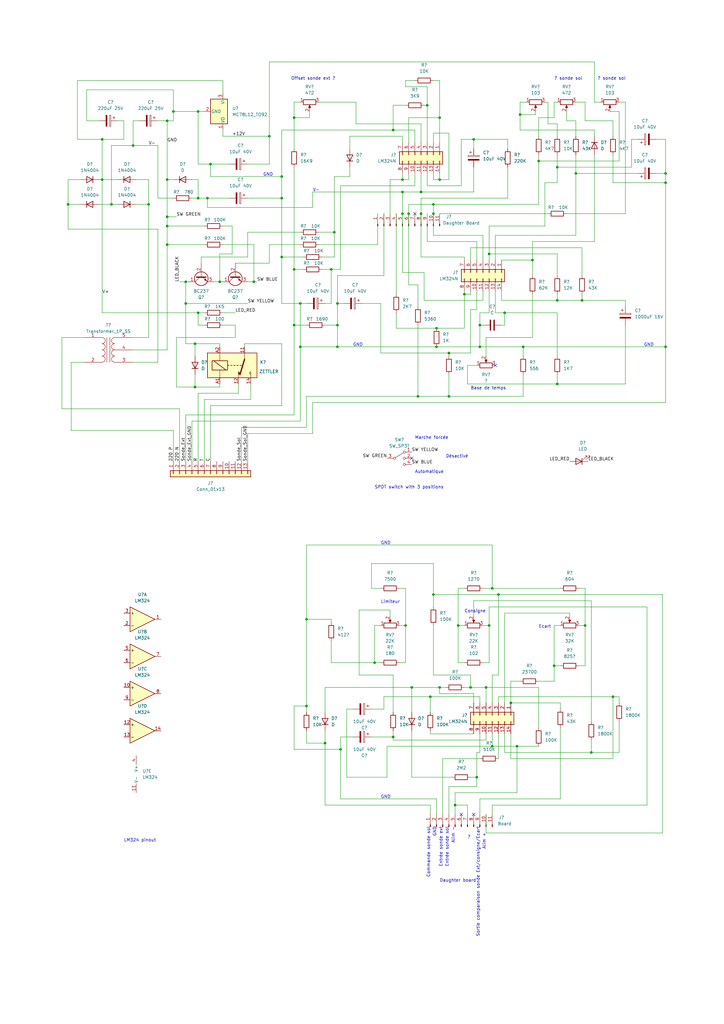
<source format=kicad_sch>
(kicad_sch (version 20211123) (generator eeschema)
  (paper "A3" portrait)
  (title_block (title "DeltaDore Delta 55 regulateur") (date "2022-04-11"))
  (junction (at 273.05 74.93))
  (junction (at 68.58 92.71))
  (junction (at 120.65 133.35))
  (junction (at 41.91 57.15))
  (junction (at 175.26 43.18))
  (junction (at 194.31 57.15))
  (junction (at 228.6 68.58))
  (junction (at 167.64 87.63))
  (junction (at 238.76 123.19))
  (junction (at 137.16 95.25))
  (junction (at 115.57 105.41))
  (junction (at 196.85 142.24))
  (junction (at 201.93 306.07))
  (junction (at 123.19 124.46))
  (junction (at 201.93 241.3))
  (junction (at 177.8 87.63))
  (junction (at 120.65 110.49))
  (junction (at 68.58 73.66))
  (junction (at 242.57 308.61))
  (junction (at 227.33 273.05))
  (junction (at 213.36 46.99))
  (junction (at 180.34 281.94))
  (junction (at 200.66 256.54))
  (junction (at 273.05 142.24))
  (junction (at 218.44 106.68))
  (junction (at 161.29 53.34))
  (junction (at 81.28 81.28))
  (junction (at 125.73 254))
  (junction (at 168.91 281.94))
  (junction (at 90.17 115.57))
  (junction (at 251.46 285.75))
  (junction (at 186.69 330.2))
  (junction (at 184.15 144.78))
  (junction (at 60.96 83.82))
  (junction (at 195.58 318.77))
  (junction (at 41.91 73.66))
  (junction (at 68.58 88.9))
  (junction (at 179.07 134.62))
  (junction (at 76.2 124.46))
  (junction (at 71.12 45.72))
  (junction (at 200.66 104.14))
  (junction (at 177.8 83.82))
  (junction (at 138.43 133.35))
  (junction (at 180.34 48.26))
  (junction (at 138.43 124.46))
  (junction (at 45.72 83.82))
  (junction (at 120.65 48.26))
  (junction (at 104.14 115.57))
  (junction (at 86.36 67.31))
  (junction (at 85.09 81.28))
  (junction (at 115.57 81.28))
  (junction (at 184.15 162.56))
  (junction (at 212.09 306.07))
  (junction (at 165.1 73.66))
  (junction (at 153.67 271.78))
  (junction (at 204.47 243.84))
  (junction (at 209.55 288.29))
  (junction (at 228.6 157.48))
  (junction (at 228.6 123.19))
  (junction (at 179.07 142.24))
  (junction (at 176.53 285.75))
  (junction (at 196.85 133.35))
  (junction (at 27.94 83.82))
  (junction (at 193.04 281.94))
  (junction (at 123.19 142.24))
  (junction (at 115.57 72.39))
  (junction (at 80.01 158.75))
  (junction (at 240.03 256.54))
  (junction (at 135.89 110.49))
  (junction (at 68.58 49.53))
  (junction (at 180.34 73.66))
  (junction (at 214.63 142.24))
  (junction (at 177.8 243.84))
  (junction (at 199.39 281.94))
  (junction (at 190.5 120.65))
  (junction (at 161.29 302.26))
  (junction (at 125.73 289.56))
  (junction (at 273.05 71.12))
  (junction (at 76.2 115.57))
  (junction (at 220.98 66.04))
  (junction (at 172.72 87.63))
  (junction (at 80.01 140.97))
  (junction (at 165.1 87.63))
  (junction (at 81.28 128.27))
  (junction (at 54.61 59.69))
  (junction (at 110.49 55.88))
  (junction (at 133.35 304.8))
  (junction (at 68.58 100.33))
  (junction (at 171.45 162.56))
  (junction (at 81.28 45.72))
  (junction (at 166.37 256.54))
  (junction (at 187.96 256.54))
  (junction (at 139.7 307.34))
  (junction (at 165.1 78.74))
  (junction (at 236.22 71.12))
  (junction (at 172.72 78.74))
  (junction (at 138.43 142.24))
  (junction (at 207.01 128.27))
  (no_connect (at 168.91 187.96))
  (no_connect (at 194.31 334.01))
  (no_connect (at 189.23 334.01))
  (no_connect (at 170.18 87.63))
  (no_connect (at 203.2 149.86))
  (wire (pts (xy 60.96 83.82) (xy 60.96 138.43)))
  (wire (pts (xy 135.89 262.89) (xy 135.89 271.78)))
  (wire (pts (xy 240.03 241.3) (xy 240.03 256.54)))
  (wire (pts (xy 176.53 334.01) (xy 176.53 330.2)))
  (wire (pts (xy 101.6 95.25) (xy 123.19 95.25)))
  (wire (pts (xy 203.2 96.52) (xy 236.22 96.52)))
  (wire (pts (xy 177.8 83.82) (xy 177.8 87.63)))
  (wire (pts (xy 229.87 298.45) (xy 229.87 327.66)))
  (wire (pts (xy 50.8 49.53) (xy 50.8 57.15)))
  (wire (pts (xy 200.66 92.71) (xy 223.52 92.71)))
  (wire (pts (xy 184.15 162.56) (xy 214.63 162.56)))
  (wire (pts (xy 195.58 308.61) (xy 195.58 318.77)))
  (wire (pts (xy 90.17 158.75) (xy 90.17 157.48)))
  (wire (pts (xy 125.73 292.1) (xy 125.73 289.56)))
  (wire (pts (xy 194.31 78.74) (xy 194.31 68.58)))
  (wire (pts (xy 152.4 302.26) (xy 161.29 302.26)))
  (wire (pts (xy 189.23 76.2) (xy 189.23 57.15)))
  (wire (pts (xy 179.07 327.66) (xy 139.7 327.66)))
  (wire (pts (xy 97.79 157.48) (xy 97.79 161.29)))
  (wire (pts (xy 157.48 290.83) (xy 157.48 285.75)))
  (wire (pts (xy 54.61 138.43) (xy 60.96 138.43)))
  (wire (pts (xy 161.29 276.86) (xy 147.32 276.86)))
  (wire (pts (xy 35.56 36.83) (xy 71.12 36.83)))
  (wire (pts (xy 161.29 292.1) (xy 161.29 276.86)))
  (wire (pts (xy 142.24 290.83) (xy 144.78 290.83)))
  (wire (pts (xy 123.19 124.46) (xy 125.73 124.46)))
  (wire (pts (xy 193.04 127) (xy 195.58 127)))
  (wire (pts (xy 232.41 49.53) (xy 236.22 49.53)))
  (wire (pts (xy 196.85 142.24) (xy 196.85 133.35)))
  (wire (pts (xy 273.05 165.1) (xy 273.05 142.24)))
  (wire (pts (xy 27.94 83.82) (xy 27.94 73.66)))
  (wire (pts (xy 167.64 58.42) (xy 167.64 48.26)))
  (wire (pts (xy 40.64 73.66) (xy 41.91 73.66)))
  (wire (pts (xy 95.25 104.14) (xy 90.17 104.14)))
  (wire (pts (xy 201.93 241.3) (xy 229.87 241.3)))
  (wire (pts (xy 128.27 177.8) (xy 128.27 165.1)))
  (wire (pts (xy 195.58 127) (xy 195.58 119.38)))
  (wire (pts (xy 251.46 311.15) (xy 251.46 285.75)))
  (wire (pts (xy 177.8 231.14) (xy 177.8 243.84)))
  (wire (pts (xy 227.33 273.05) (xy 229.87 273.05)))
  (wire (pts (xy 218.44 99.06) (xy 243.84 99.06)))
  (wire (pts (xy 152.4 231.14) (xy 177.8 231.14)))
  (wire (pts (xy 198.12 256.54) (xy 200.66 256.54)))
  (wire (pts (xy 68.58 143.51) (xy 68.58 100.33)))
  (wire (pts (xy 229.87 288.29) (xy 229.87 290.83)))
  (wire (pts (xy 172.72 71.12) (xy 172.72 78.74)))
  (wire (pts (xy 256.54 87.63) (xy 232.41 87.63)))
  (wire (pts (xy 167.64 87.63) (xy 167.64 116.84)))
  (wire (pts (xy 238.76 123.19) (xy 238.76 120.65)))
  (wire (pts (xy 201.93 306.07) (xy 212.09 306.07)))
  (wire (pts (xy 243.84 55.88) (xy 243.84 53.34)))
  (wire (pts (xy 125.73 289.56) (xy 120.65 289.56)))
  (wire (pts (xy 227.33 48.26) (xy 227.33 41.91)))
  (wire (pts (xy 240.03 273.05) (xy 237.49 273.05)))
  (wire (pts (xy 256.54 41.91) (xy 256.54 87.63)))
  (wire (pts (xy 68.58 49.53) (xy 64.77 49.53)))
  (wire (pts (xy 201.93 276.86) (xy 204.47 276.86)))
  (wire (pts (xy 224.79 41.91) (xy 223.52 41.91)))
  (wire (pts (xy 133.35 304.8) (xy 133.35 299.72)))
  (wire (pts (xy 175.26 43.18) (xy 173.99 43.18)))
  (wire (pts (xy 78.74 189.23) (xy 78.74 172.72)))
  (wire (pts (xy 101.6 105.41) (xy 101.6 95.25)))
  (wire (pts (xy 196.85 128.27) (xy 196.85 133.35)))
  (wire (pts (xy 186.69 334.01) (xy 186.69 330.2)))
  (wire (pts (xy 156.21 144.78) (xy 184.15 144.78)))
  (wire (pts (xy 41.91 73.66) (xy 48.26 73.66)))
  (wire (pts (xy 179.07 334.01) (xy 179.07 327.66)))
  (wire (pts (xy 120.65 41.91) (xy 123.19 41.91)))
  (wire (pts (xy 256.54 133.35) (xy 256.54 157.48)))
  (wire (pts (xy 205.74 123.19) (xy 228.6 123.19)))
  (wire (pts (xy 72.39 138.43) (xy 72.39 158.75)))
  (wire (pts (xy 213.36 41.91) (xy 213.36 46.99)))
  (wire (pts (xy 80.01 140.97) (xy 80.01 146.05)))
  (wire (pts (xy 143.51 72.39) (xy 143.51 68.58)))
  (wire (pts (xy 200.66 271.78) (xy 198.12 271.78)))
  (wire (pts (xy 154.94 100.33) (xy 154.94 87.63)))
  (wire (pts (xy 251.46 55.88) (xy 251.46 49.53)))
  (wire (pts (xy 100.33 142.24) (xy 100.33 140.97)))
  (wire (pts (xy 137.16 95.25) (xy 137.16 72.39)))
  (wire (pts (xy 91.44 38.1) (xy 91.44 33.02)))
  (wire (pts (xy 208.28 57.15) (xy 194.31 57.15)))
  (wire (pts (xy 273.05 71.12) (xy 269.24 71.12)))
  (wire (pts (xy 27.94 73.66) (xy 33.02 73.66)))
  (wire (pts (xy 191.77 334.01) (xy 191.77 330.2)))
  (wire (pts (xy 76.2 115.57) (xy 76.2 124.46)))
  (wire (pts (xy 208.28 60.96) (xy 208.28 57.15)))
  (wire (pts (xy 76.2 124.46) (xy 101.6 124.46)))
  (wire (pts (xy 35.56 49.53) (xy 35.56 36.83)))
  (wire (pts (xy 166.37 35.56) (xy 166.37 33.02)))
  (wire (pts (xy 165.1 55.88) (xy 143.51 55.88)))
  (wire (pts (xy 251.46 49.53) (xy 240.03 49.53)))
  (wire (pts (xy 91.44 100.33) (xy 104.14 100.33)))
  (wire (pts (xy 91.44 128.27) (xy 96.52 128.27)))
  (wire (pts (xy 175.26 58.42) (xy 175.26 43.18)))
  (wire (pts (xy 271.78 243.84) (xy 204.47 243.84)))
  (wire (pts (xy 196.85 133.35) (xy 198.12 133.35)))
  (wire (pts (xy 228.6 74.93) (xy 228.6 68.58)))
  (wire (pts (xy 146.05 41.91) (xy 130.81 41.91)))
  (wire (pts (xy 27.94 93.98) (xy 27.94 83.82)))
  (wire (pts (xy 96.52 133.35) (xy 96.52 138.43)))
  (wire (pts (xy 160.02 250.19) (xy 160.02 252.73)))
  (wire (pts (xy 101.6 177.8) (xy 128.27 177.8)))
  (wire (pts (xy 201.93 306.07) (xy 158.75 306.07)))
  (wire (pts (xy 254 295.91) (xy 254 308.61)))
  (wire (pts (xy 127 48.26) (xy 120.65 48.26)))
  (wire (pts (xy 168.91 281.94) (xy 180.34 281.94)))
  (wire (pts (xy 184.15 322.58) (xy 195.58 322.58)))
  (wire (pts (xy 68.58 92.71) (xy 68.58 100.33)))
  (wire (pts (xy 204.47 243.84) (xy 177.8 243.84)))
  (wire (pts (xy 135.89 124.46) (xy 135.89 110.49)))
  (wire (pts (xy 156.21 256.54) (xy 153.67 256.54)))
  (wire (pts (xy 193.04 119.38) (xy 193.04 120.65)))
  (wire (pts (xy 172.72 105.41) (xy 190.5 105.41)))
  (wire (pts (xy 138.43 124.46) (xy 138.43 133.35)))
  (wire (pts (xy 212.09 325.12) (xy 212.09 306.07)))
  (wire (pts (xy 96.52 138.43) (xy 72.39 138.43)))
  (wire (pts (xy 177.8 58.42) (xy 177.8 54.61)))
  (wire (pts (xy 193.04 276.86) (xy 193.04 281.94)))
  (wire (pts (xy 265.43 248.92) (xy 265.43 330.2)))
  (wire (pts (xy 80.01 158.75) (xy 80.01 153.67)))
  (wire (pts (xy 82.55 107.95) (xy 82.55 105.41)))
  (wire (pts (xy 115.57 105.41) (xy 115.57 81.28)))
  (wire (pts (xy 167.64 48.26) (xy 180.34 48.26)))
  (wire (pts (xy 167.64 116.84) (xy 171.45 116.84)))
  (wire (pts (xy 172.72 81.28) (xy 172.72 87.63)))
  (wire (pts (xy 152.4 290.83) (xy 157.48 290.83)))
  (wire (pts (xy 86.36 72.39) (xy 115.57 72.39)))
  (wire (pts (xy 120.65 60.96) (xy 120.65 48.26)))
  (wire (pts (xy 157.48 87.63) (xy 157.48 113.03)))
  (wire (pts (xy 220.98 281.94) (xy 220.98 298.45)))
  (wire (pts (xy 76.2 170.18) (xy 76.2 189.23)))
  (wire (pts (xy 137.16 72.39) (xy 143.51 72.39)))
  (wire (pts (xy 166.37 43.18) (xy 161.29 43.18)))
  (wire (pts (xy 179.07 142.24) (xy 138.43 142.24)))
  (wire (pts (xy 133.35 124.46) (xy 135.89 124.46)))
  (wire (pts (xy 180.34 284.48) (xy 180.34 281.94)))
  (wire (pts (xy 172.72 50.8) (xy 146.05 50.8)))
  (wire (pts (xy 157.48 113.03) (xy 138.43 113.03)))
  (wire (pts (xy 45.72 59.69) (xy 54.61 59.69)))
  (wire (pts (xy 236.22 71.12) (xy 261.62 71.12)))
  (wire (pts (xy 71.12 36.83) (xy 71.12 45.72)))
  (wire (pts (xy 102.87 163.83) (xy 102.87 157.48)))
  (wire (pts (xy 167.64 83.82) (xy 177.8 83.82)))
  (wire (pts (xy 229.87 256.54) (xy 227.33 256.54)))
  (wire (pts (xy 123.19 172.72) (xy 123.19 142.24)))
  (wire (pts (xy 91.44 53.34) (xy 91.44 55.88)))
  (wire (pts (xy 77.47 115.57) (xy 76.2 115.57)))
  (wire (pts (xy 71.12 81.28) (xy 64.77 81.28)))
  (wire (pts (xy 71.12 45.72) (xy 81.28 45.72)))
  (wire (pts (xy 190.5 105.41) (xy 190.5 106.68)))
  (wire (pts (xy 168.91 318.77) (xy 168.91 299.72)))
  (wire (pts (xy 86.36 166.37) (xy 86.36 189.23)))
  (wire (pts (xy 168.91 292.1) (xy 168.91 281.94)))
  (wire (pts (xy 55.88 73.66) (xy 60.96 73.66)))
  (wire (pts (xy 57.15 49.53) (xy 54.61 49.53)))
  (wire (pts (xy 137.16 105.41) (xy 132.08 105.41)))
  (wire (pts (xy 215.9 41.91) (xy 213.36 41.91)))
  (wire (pts (xy 73.66 115.57) (xy 76.2 115.57)))
  (wire (pts (xy 71.12 49.53) (xy 68.58 49.53)))
  (wire (pts (xy 229.87 327.66) (xy 196.85 327.66)))
  (wire (pts (xy 73.66 167.64) (xy 25.4 167.64)))
  (wire (pts (xy 123.19 124.46) (xy 123.19 142.24)))
  (wire (pts (xy 179.07 134.62) (xy 162.56 134.62)))
  (wire (pts (xy 173.99 111.76) (xy 165.1 111.76)))
  (wire (pts (xy 166.37 256.54) (xy 166.37 271.78)))
  (wire (pts (xy 190.5 256.54) (xy 187.96 256.54)))
  (wire (pts (xy 208.28 81.28) (xy 208.28 68.58)))
  (wire (pts (xy 25.4 167.64) (xy 25.4 138.43)))
  (wire (pts (xy 220.98 48.26) (xy 227.33 48.26)))
  (wire (pts (xy 161.29 43.18) (xy 161.29 53.34)))
  (wire (pts (xy 40.64 49.53) (xy 35.56 49.53)))
  (wire (pts (xy 209.55 288.29) (xy 209.55 279.4)))
  (wire (pts (xy 251.46 74.93) (xy 273.05 74.93)))
  (wire (pts (xy 166.37 271.78) (xy 163.83 271.78)))
  (wire (pts (xy 115.57 124.46) (xy 123.19 124.46)))
  (wire (pts (xy 254 45.72) (xy 250.19 45.72)))
  (wire (pts (xy 139.7 302.26) (xy 144.78 302.26)))
  (wire (pts (xy 110.49 100.33) (xy 110.49 107.95)))
  (wire (pts (xy 120.65 307.34) (xy 139.7 307.34)))
  (wire (pts (xy 218.44 106.68) (xy 218.44 113.03)))
  (wire (pts (xy 205.74 119.38) (xy 205.74 123.19)))
  (wire (pts (xy 194.31 246.38) (xy 242.57 246.38)))
  (wire (pts (xy 184.15 73.66) (xy 180.34 73.66)))
  (wire (pts (xy 138.43 113.03) (xy 138.43 124.46)))
  (wire (pts (xy 180.34 33.02) (xy 177.8 33.02)))
  (wire (pts (xy 54.61 148.59) (xy 64.77 148.59)))
  (wire (pts (xy 175.26 76.2) (xy 189.23 76.2)))
  (wire (pts (xy 161.29 303.53) (xy 161.29 302.26)))
  (wire (pts (xy 228.6 157.48) (xy 228.6 153.67)))
  (wire (pts (xy 187.96 271.78) (xy 190.5 271.78)))
  (wire (pts (xy 172.72 78.74) (xy 194.31 78.74)))
  (wire (pts (xy 273.05 142.24) (xy 273.05 74.93)))
  (wire (pts (xy 120.65 48.26) (xy 120.65 41.91)))
  (wire (pts (xy 81.28 45.72) (xy 81.28 67.31)))
  (wire (pts (xy 200.66 106.68) (xy 200.66 104.14)))
  (wire (pts (xy 156.21 124.46) (xy 156.21 144.78)))
  (wire (pts (xy 198.12 123.19) (xy 173.99 123.19)))
  (wire (pts (xy 110.49 67.31) (xy 101.6 67.31)))
  (wire (pts (xy 171.45 116.84) (xy 171.45 125.73)))
  (wire (pts (xy 177.8 276.86) (xy 193.04 276.86)))
  (wire (pts (xy 64.77 93.98) (xy 27.94 93.98)))
  (wire (pts (xy 143.51 55.88) (xy 143.51 60.96)))
  (wire (pts (xy 123.19 100.33) (xy 110.49 100.33)))
  (wire (pts (xy 120.65 133.35) (xy 120.65 170.18)))
  (wire (pts (xy 78.74 172.72) (xy 123.19 172.72)))
  (wire (pts (xy 198.12 119.38) (xy 198.12 123.19)))
  (wire (pts (xy 73.66 189.23) (xy 73.66 167.64)))
  (wire (pts (xy 204.47 285.75) (xy 251.46 285.75)))
  (wire (pts (xy 68.58 88.9) (xy 72.39 88.9)))
  (wire (pts (xy 209.55 311.15) (xy 251.46 311.15)))
  (wire (pts (xy 184.15 334.01) (xy 184.15 322.58)))
  (wire (pts (xy 203.2 128.27) (xy 207.01 128.27)))
  (wire (pts (xy 99.06 189.23) (xy 99.06 175.26)))
  (wire (pts (xy 196.85 308.61) (xy 195.58 308.61)))
  (wire (pts (xy 81.28 73.66) (xy 81.28 81.28)))
  (wire (pts (xy 251.46 63.5) (xy 251.46 74.93)))
  (wire (pts (xy 165.1 78.74) (xy 128.27 78.74)))
  (wire (pts (xy 125.73 223.52) (xy 125.73 254)))
  (wire (pts (xy 256.54 157.48) (xy 228.6 157.48)))
  (wire (pts (xy 243.84 99.06) (xy 243.84 63.5)))
  (wire (pts (xy 265.43 330.2) (xy 201.93 330.2)))
  (wire (pts (xy 180.34 73.66) (xy 180.34 71.12)))
  (wire (pts (xy 72.39 158.75) (xy 80.01 158.75)))
  (wire (pts (xy 191.77 149.86) (xy 191.77 157.48)))
  (wire (pts (xy 227.33 279.4) (xy 227.33 273.05)))
  (wire (pts (xy 259.08 68.58) (xy 259.08 57.15)))
  (wire (pts (xy 125.73 162.56) (xy 171.45 162.56)))
  (wire (pts (xy 191.77 330.2) (xy 186.69 330.2)))
  (wire (pts (xy 177.8 256.54) (xy 177.8 276.86)))
  (wire (pts (xy 139.7 327.66) (xy 139.7 307.34)))
  (wire (pts (xy 204.47 288.29) (xy 204.47 285.75)))
  (wire (pts (xy 54.61 143.51) (xy 68.58 143.51)))
  (wire (pts (xy 199.39 303.53) (xy 161.29 303.53)))
  (wire (pts (xy 95.25 92.71) (xy 95.25 104.14)))
  (wire (pts (xy 40.64 83.82) (xy 45.72 83.82)))
  (wire (pts (xy 68.58 73.66) (xy 68.58 49.53)))
  (wire (pts (xy 31.75 57.15) (xy 41.91 57.15)))
  (wire (pts (xy 82.55 105.41) (xy 101.6 105.41)))
  (wire (pts (xy 173.99 123.19) (xy 173.99 111.76)))
  (wire (pts (xy 135.89 271.78) (xy 153.67 271.78)))
  (wire (pts (xy 207.01 128.27) (xy 228.6 128.27)))
  (wire (pts (xy 162.56 134.62) (xy 162.56 128.27)))
  (wire (pts (xy 218.44 106.68) (xy 218.44 99.06)))
  (wire (pts (xy 104.14 100.33) (xy 104.14 115.57)))
  (wire (pts (xy 138.43 133.35) (xy 133.35 133.35)))
  (wire (pts (xy 115.57 53.34) (xy 161.29 53.34)))
  (wire (pts (xy 251.46 285.75) (xy 254 285.75)))
  (wire (pts (xy 233.68 251.46) (xy 233.68 252.73)))
  (wire (pts (xy 228.6 104.14) (xy 228.6 113.03)))
  (wire (pts (xy 184.15 144.78) (xy 193.04 144.78)))
  (wire (pts (xy 41.91 57.15) (xy 41.91 73.66)))
  (wire (pts (xy 167.64 87.63) (xy 167.64 83.82)))
  (wire (pts (xy 165.1 73.66) (xy 165.1 71.12)))
  (wire (pts (xy 254 308.61) (xy 242.57 308.61)))
  (wire (pts (xy 180.34 48.26) (xy 180.34 58.42)))
  (wire (pts (xy 198.12 241.3) (xy 201.93 241.3)))
  (wire (pts (xy 256.54 125.73) (xy 256.54 123.19)))
  (wire (pts (xy 83.82 128.27) (xy 81.28 128.27)))
  (wire (pts (xy 81.28 161.29) (xy 81.28 189.23)))
  (wire (pts (xy 223.52 74.93) (xy 228.6 74.93)))
  (wire (pts (xy 91.44 33.02) (xy 31.75 33.02)))
  (wire (pts (xy 176.53 300.99) (xy 176.53 299.72)))
  (wire (pts (xy 139.7 76.2) (xy 139.7 110.49)))
  (wire (pts (xy 125.73 254) (xy 135.89 254)))
  (wire (pts (xy 71.12 176.53) (xy 29.21 176.53)))
  (wire (pts (xy 205.74 106.68) (xy 218.44 106.68)))
  (wire (pts (xy 237.49 256.54) (xy 240.03 256.54)))
  (wire (pts (xy 86.36 72.39) (xy 86.36 67.31)))
  (wire (pts (xy 273.05 57.15) (xy 273.05 71.12)))
  (wire (pts (xy 110.49 25.4) (xy 110.49 55.88)))
  (wire (pts (xy 48.26 49.53) (xy 50.8 49.53)))
  (wire (pts (xy 161.29 53.34) (xy 170.18 53.34)))
  (wire (pts (xy 243.84 53.34) (xy 213.36 53.34)))
  (wire (pts (xy 193.04 106.68) (xy 193.04 101.6)))
  (wire (pts (xy 213.36 46.99) (xy 213.36 53.34)))
  (wire (pts (xy 185.42 318.77) (xy 168.91 318.77)))
  (wire (pts (xy 139.7 307.34) (xy 139.7 302.26)))
  (wire (pts (xy 220.98 83.82) (xy 220.98 66.04)))
  (wire (pts (xy 190.5 120.65) (xy 190.5 134.62)))
  (wire (pts (xy 148.59 124.46) (xy 156.21 124.46)))
  (wire (pts (xy 101.6 115.57) (xy 104.14 115.57)))
  (wire (pts (xy 194.31 284.48) (xy 194.31 288.29)))
  (wire (pts (xy 200.66 256.54) (xy 200.66 271.78)))
  (wire (pts (xy 201.93 241.3) (xy 201.93 223.52)))
  (wire (pts (xy 115.57 105.41) (xy 115.57 124.46)))
  (wire (pts (xy 196.85 288.29) (xy 196.85 285.75)))
  (wire (pts (xy 187.96 241.3) (xy 187.96 256.54)))
  (wire (pts (xy 209.55 300.99) (xy 209.55 311.15)))
  (wire (pts (xy 199.39 341.63) (xy 271.78 341.63)))
  (wire (pts (xy 273.05 74.93) (xy 273.05 71.12)))
  (wire (pts (xy 184.15 146.05) (xy 184.15 144.78)))
  (wire (pts (xy 236.22 71.12) (xy 236.22 63.5)))
  (wire (pts (xy 76.2 124.46) (xy 76.2 140.97)))
  (wire (pts (xy 175.26 99.06) (xy 195.58 99.06)))
  (wire (pts (xy 76.2 140.97) (xy 80.01 140.97)))
  (wire (pts (xy 180.34 281.94) (xy 182.88 281.94)))
  (wire (pts (xy 78.74 73.66) (xy 81.28 73.66)))
  (wire (pts (xy 207.01 308.61) (xy 207.01 300.99)))
  (wire (pts (xy 189.23 57.15) (xy 194.31 57.15)))
  (wire (pts (xy 167.64 73.66) (xy 165.1 73.66)))
  (wire (pts (xy 90.17 115.57) (xy 91.44 115.57)))
  (wire (pts (xy 160.02 73.66) (xy 165.1 73.66)))
  (wire (pts (xy 246.38 41.91) (xy 243.84 41.91)))
  (wire (pts (xy 120.65 110.49) (xy 120.65 68.58)))
  (wire (pts (xy 135.89 254) (xy 135.89 255.27)))
  (wire (pts (xy 125.73 289.56) (xy 125.73 254)))
  (wire (pts (xy 128.27 85.09) (xy 85.09 85.09)))
  (wire (pts (xy 223.52 92.71) (xy 223.52 74.93)))
  (wire (pts (xy 83.82 163.83) (xy 102.87 163.83)))
  (wire (pts (xy 163.83 256.54) (xy 166.37 256.54)))
  (wire (pts (xy 153.67 256.54) (xy 153.67 271.78)))
  (wire (pts (xy 81.28 45.72) (xy 83.82 45.72)))
  (wire (pts (xy 194.31 252.73) (xy 194.31 246.38)))
  (wire (pts (xy 68.58 88.9) (xy 68.58 92.71)))
  (wire (pts (xy 125.73 175.26) (xy 125.73 162.56)))
  (wire (pts (xy 200.66 104.14) (xy 200.66 92.71)))
  (wire (pts (xy 125.73 304.8) (xy 133.35 304.8)))
  (wire (pts (xy 243.84 41.91) (xy 243.84 25.4)))
  (wire (pts (xy 228.6 50.8) (xy 224.79 50.8)))
  (wire (pts (xy 179.07 142.24) (xy 196.85 142.24)))
  (wire (pts (xy 207.01 251.46) (xy 207.01 288.29)))
  (wire (pts (xy 91.44 55.88) (xy 110.49 55.88)))
  (wire (pts (xy 166.37 241.3) (xy 166.37 256.54)))
  (wire (pts (xy 220.98 279.4) (xy 227.33 279.4)))
  (wire (pts (xy 240.03 256.54) (xy 240.03 273.05)))
  (wire (pts (xy 120.65 170.18) (xy 76.2 170.18)))
  (wire (pts (xy 201.93 288.29) (xy 201.93 276.86)))
  (wire (pts (xy 110.49 55.88) (xy 110.49 67.31)))
  (wire (pts (xy 166.37 33.02) (xy 170.18 33.02)))
  (wire (pts (xy 83.82 189.23) (xy 83.82 163.83)))
  (wire (pts (xy 199.39 281.94) (xy 220.98 281.94)))
  (wire (pts (xy 259.08 57.15) (xy 261.62 57.15)))
  (wire (pts (xy 135.89 110.49) (xy 132.08 110.49)))
  (wire (pts (xy 81.28 128.27) (xy 81.28 133.35)))
  (wire (pts (xy 200.66 248.92) (xy 265.43 248.92)))
  (wire (pts (xy 254 41.91) (xy 256.54 41.91)))
  (wire (pts (xy 201.93 223.52) (xy 125.73 223.52)))
  (wire (pts (xy 54.61 49.53) (xy 54.61 59.69)))
  (wire (pts (xy 196.85 285.75) (xy 176.53 285.75)))
  (wire (pts (xy 163.83 241.3) (xy 166.37 241.3)))
  (wire (pts (xy 198.12 96.52) (xy 198.12 106.68)))
  (wire (pts (xy 153.67 271.78) (xy 156.21 271.78)))
  (wire (pts (xy 195.58 318.77) (xy 193.04 318.77)))
  (wire (pts (xy 175.26 71.12) (xy 175.26 76.2)))
  (wire (pts (xy 60.96 83.82) (xy 55.88 83.82)))
  (wire (pts (xy 175.26 43.18) (xy 175.26 35.56)))
  (wire (pts (xy 127 45.72) (xy 127 48.26)))
  (wire (pts (xy 254 45.72) (xy 254 66.04)))
  (wire (pts (xy 218.44 138.43) (xy 218.44 120.65)))
  (wire (pts (xy 196.85 327.66) (xy 196.85 334.01)))
  (wire (pts (xy 138.43 124.46) (xy 140.97 124.46)))
  (wire (pts (xy 158.75 318.77) (xy 142.24 318.77)))
  (wire (pts (xy 212.09 306.07) (xy 220.98 306.07)))
  (wire (pts (xy 205.74 133.35) (xy 207.01 133.35)))
  (wire (pts (xy 172.72 81.28) (xy 208.28 81.28)))
  (wire (pts (xy 199.39 146.05) (xy 199.39 138.43)))
  (wire (pts (xy 97.79 161.29) (xy 81.28 161.29)))
  (wire (pts (xy 160.02 87.63) (xy 160.02 73.66)))
  (wire (pts (xy 254 66.04) (xy 220.98 66.04)))
  (wire (pts (xy 138.43 133.35) (xy 138.43 142.24)))
  (wire (pts (xy 172.72 78.74) (xy 165.1 78.74)))
  (wire (pts (xy 104.14 115.57) (xy 105.41 115.57)))
  (wire (pts (xy 128.27 165.1) (xy 273.05 165.1)))
  (wire (pts (xy 161.29 302.26) (xy 161.29 299.72)))
  (wire (pts (xy 190.5 241.3) (xy 187.96 241.3)))
  (wire (pts (xy 228.6 63.5) (xy 228.6 68.58)))
  (wire (pts (xy 240.03 49.53) (xy 240.03 41.91)))
  (wire (pts (xy 232.41 45.72) (xy 232.41 49.53)))
  (wire (pts (xy 214.63 162.56) (xy 214.63 153.67)))
  (wire (pts (xy 147.32 276.86) (xy 147.32 250.19)))
  (wire (pts (xy 228.6 55.88) (xy 228.6 50.8)))
  (wire (pts (xy 172.72 87.63) (xy 172.72 105.41)))
  (wire (pts (xy 29.21 176.53) (xy 29.21 148.59)))
  (wire (pts (xy 68.58 73.66) (xy 68.58 88.9)))
  (wire (pts (xy 193.04 101.6) (xy 238.76 101.6)))
  (wire (pts (xy 191.77 157.48) (xy 228.6 157.48)))
  (wire (pts (xy 177.8 243.84) (xy 177.8 248.92)))
  (wire (pts (xy 175.26 87.63) (xy 175.26 99.06)))
  (wire (pts (xy 203.2 119.38) (xy 203.2 128.27)))
  (wire (pts (xy 228.6 68.58) (xy 259.08 68.58)))
  (wire (pts (xy 156.21 241.3) (xy 152.4 241.3)))
  (wire (pts (xy 68.58 92.71) (xy 83.82 92.71)))
  (wire (pts (xy 177.8 96.52) (xy 198.12 96.52)))
  (wire (pts (xy 120.65 133.35) (xy 120.65 110.49)))
  (wire (pts (xy 146.05 50.8) (xy 146.05 41.91)))
  (wire (pts (xy 238.76 123.19) (xy 256.54 123.19)))
  (wire (pts (xy 177.8 54.61) (xy 184.15 54.61)))
  (wire (pts (xy 209.55 288.29) (xy 229.87 288.29)))
  (wire (pts (xy 120.65 289.56) (xy 120.65 307.34)))
  (wire (pts (xy 227.33 41.91) (xy 228.6 41.91)))
  (wire (pts (xy 199.39 300.99) (xy 199.39 303.53)))
  (wire (pts (xy 186.69 325.12) (xy 212.09 325.12)))
  (wire (pts (xy 220.98 55.88) (xy 220.98 48.26)))
  (wire (pts (xy 204.47 243.84) (xy 204.47 276.86)))
  (wire (pts (xy 152.4 241.3) (xy 152.4 231.14)))
  (wire (pts (xy 133.35 330.2) (xy 133.35 304.8)))
  (wire (pts (xy 133.35 281.94) (xy 168.91 281.94)))
  (wire (pts (xy 157.48 285.75) (xy 176.53 285.75)))
  (wire (pts (xy 147.32 250.19) (xy 160.02 250.19)))
  (wire (pts (xy 184.15 54.61) (xy 184.15 73.66)))
  (wire (pts (xy 171.45 133.35) (xy 171.45 162.56)))
  (wire (pts (xy 170.18 71.12) (xy 170.18 76.2)))
  (wire (pts (xy 175.26 35.56) (xy 166.37 35.56)))
  (wire (pts (xy 184.15 153.67) (xy 184.15 162.56)))
  (wire (pts (xy 199.39 138.43) (xy 218.44 138.43)))
  (wire (pts (xy 172.72 58.42) (xy 172.72 50.8)))
  (wire (pts (xy 29.21 148.59) (xy 34.29 148.59)))
  (wire (pts (xy 91.44 92.71) (xy 95.25 92.71)))
  (wire (pts (xy 180.34 87.63) (xy 224.79 87.63)))
  (wire (pts (xy 187.96 256.54) (xy 187.96 271.78)))
  (wire (pts (xy 214.63 142.24) (xy 214.63 146.05)))
  (wire (pts (xy 207.01 128.27) (xy 207.01 133.35)))
  (wire (pts (xy 85.09 81.28) (xy 81.28 81.28)))
  (wire (pts (xy 177.8 71.12) (xy 177.8 73.66)))
  (wire (pts (xy 101.6 189.23) (xy 101.6 177.8)))
  (wire (pts (xy 219.71 46.99) (xy 219.71 45.72)))
  (wire (pts (xy 90.17 104.14) (xy 90.17 115.57)))
  (wire (pts (xy 214.63 142.24) (xy 273.05 142.24)))
  (wire (pts (xy 190.5 120.65) (xy 190.5 119.38)))
  (wire (pts (xy 139.7 110.49) (xy 135.89 110.49)))
  (wire (pts (xy 64.77 81.28) (xy 64.77 59.69)))
  (wire (pts (xy 85.09 85.09) (xy 85.09 81.28)))
  (wire (pts (xy 224.79 50.8) (xy 224.79 41.91)))
  (wire (pts (xy 194.31 57.15) (xy 194.31 60.96)))
  (wire (pts (xy 213.36 46.99) (xy 219.71 46.99)))
  (wire (pts (xy 201.93 330.2) (xy 201.93 334.01)))
  (wire (pts (xy 167.64 71.12) (xy 167.64 73.66)))
  (wire (pts (xy 90.17 140.97) (xy 90.17 142.24)))
  (wire (pts (xy 193.04 144.78) (xy 193.04 127)))
  (wire (pts (xy 86.36 67.31) (xy 93.98 67.31)))
  (wire (pts (xy 115.57 166.37) (xy 86.36 166.37)))
  (wire (pts (xy 165.1 78.74) (xy 165.1 87.63)))
  (wire (pts (xy 115.57 81.28) (xy 115.57 72.39)))
  (wire (pts (xy 177.8 73.66) (xy 180.34 73.66)))
  (wire (pts (xy 196.85 142.24) (xy 214.63 142.24)))
  (wire (pts (xy 193.04 120.65) (xy 190.5 120.65)))
  (wire (pts (xy 115.57 72.39) (xy 115.57 53.34)))
  (wire (pts (xy 194.31 300.99) (xy 176.53 300.99)))
  (wire (pts (xy 203.2 106.68) (xy 203.2 96.52)))
  (wire (pts (xy 240.03 41.91) (xy 236.22 41.91)))
  (wire (pts (xy 254 285.75) (xy 254 288.29)))
  (wire (pts (xy 90.17 158.75) (xy 80.01 158.75)))
  (wire (pts (xy 242.57 246.38) (xy 242.57 295.91)))
  (wire (pts (xy 176.53 330.2) (xy 133.35 330.2)))
  (wire (pts (xy 100.33 140.97) (xy 115.57 140.97)))
  (wire (pts (xy 125.73 133.35) (xy 120.65 133.35)))
  (wire (pts (xy 125.73 299.72) (xy 125.73 304.8)))
  (wire (pts (xy 162.56 87.63) (xy 162.56 120.65)))
  (wire (pts (xy 137.16 95.25) (xy 137.16 105.41)))
  (wire (pts (xy 181.61 311.15) (xy 196.85 311.15)))
  (wire (pts (xy 180.34 48.26) (xy 180.34 33.02)))
  (wire (pts (xy 242.57 303.53) (xy 242.57 308.61)))
  (wire (pts (xy 186.69 330.2) (xy 186.69 325.12)))
  (wire (pts (xy 228.6 123.19) (xy 228.6 120.65)))
  (wire (pts (xy 190.5 281.94) (xy 193.04 281.94)))
  (wire (pts (xy 165.1 55.88) (xy 165.1 58.42)))
  (wire (pts (xy 64.77 59.69) (xy 54.61 59.69)))
  (wire (pts (xy 228.6 128.27) (xy 228.6 146.05)))
  (wire (pts (xy 133.35 292.1) (xy 133.35 281.94)))
  (wire (pts (xy 177.8 83.82) (xy 220.98 83.82)))
  (wire (pts (xy 236.22 49.53) (xy 236.22 55.88)))
  (wire (pts (xy 81.28 128.27) (xy 41.91 128.27)))
  (wire (pts (xy 238.76 101.6) (xy 238.76 113.03)))
  (wire (pts (xy 199.39 334.01) (xy 199.39 341.63)))
  (wire (pts (xy 110.49 107.95) (xy 96.52 107.95)))
  (wire (pts (xy 194.31 284.48) (xy 180.34 284.48)))
  (wire (pts (xy 204.47 300.99) (xy 204.47 311.15)))
  (wire (pts (xy 81.28 81.28) (xy 78.74 81.28)))
  (wire (pts (xy 269.24 57.15) (xy 273.05 57.15)))
  (wire (pts (xy 71.12 189.23) (xy 71.12 176.53)))
  (wire (pts (xy 240.03 241.3) (xy 237.49 241.3)))
  (wire (pts (xy 236.22 96.52) (xy 236.22 71.12)))
  (wire (pts (xy 25.4 138.43) (xy 34.29 138.43)))
  (wire (pts (xy 200.66 256.54) (xy 200.66 248.92)))
  (wire (pts (xy 87.63 115.57) (xy 90.17 115.57)))
  (wire (pts (xy 71.12 73.66) (xy 68.58 73.66)))
  (wire (pts (xy 170.18 76.2) (xy 139.7 76.2)))
  (wire (pts (xy 93.98 81.28) (xy 85.09 81.28)))
  (wire (pts (xy 81.28 133.35) (xy 83.82 133.35)))
  (wire (pts (xy 201.93 300.99) (xy 201.93 306.07)))
  (wire (pts (xy 227.33 256.54) (xy 227.33 273.05)))
  (wire (pts (xy 195.58 99.06) (xy 195.58 106.68)))
  (wire (pts (xy 68.58 100.33) (xy 83.82 100.33)))
  (wire (pts (xy 123.19 142.24) (xy 138.43 142.24)))
  (wire (pts (xy 170.18 53.34) (xy 170.18 58.42)))
  (wire (pts (xy 142.24 318.77) (xy 142.24 290.83)))
  (wire (pts (xy 220.98 66.04) (xy 220.98 63.5)))
  (wire (pts (xy 27.94 83.82) (xy 33.02 83.82)))
  (wire (pts (xy 176.53 285.75) (xy 176.53 292.1)))
  (wire (pts (xy 209.55 279.4) (xy 213.36 279.4)))
  (wire (pts (xy 177.8 87.63) (xy 177.8 96.52)))
  (wire (pts (xy 130.81 100.33) (xy 154.94 100.33)))
  (wire (pts (xy 195.58 149.86) (xy 191.77 149.86)))
  (wire (pts (xy 242.57 308.61) (xy 207.01 308.61)))
  (wire (pts (xy 200.66 104.14) (xy 228.6 104.14)))
  (wire (pts (xy 181.61 334.01) (xy 181.61 311.15)))
  (wire (pts (xy 60.96 73.66) (xy 60.96 83.82)))
  (wire (pts (xy 128.27 78.74) (xy 128.27 85.09)))
  (wire (pts (xy 31.75 33.02) (xy 31.75 57.15)))
  (wire (pts (xy 91.44 133.35) (xy 96.52 133.35)))
  (wire (pts (xy 200.66 128.27) (xy 196.85 128.27)))
  (wire (pts (xy 190.5 134.62) (xy 179.07 134.62)))
  (wire (pts (xy 45.72 59.69) (xy 45.72 83.82)))
  (wire (pts (xy 171.45 162.56) (xy 184.15 162.56)))
  (wire (pts (xy 228.6 123.19) (xy 238.76 123.19)))
  (wire (pts (xy 64.77 93.98) (xy 64.77 148.59)))
  (wire (pts (xy 81.28 67.31) (xy 86.36 67.31)))
  (wire (pts (xy 90.17 140.97) (xy 80.01 140.97)))
  (wire (pts (xy 130.81 95.25) (xy 137.16 95.25)))
  (wire (pts (xy 41.91 128.27) (xy 41.91 73.66)))
  (wire (pts (xy 199.39 281.94) (xy 199.39 288.29)))
  (wire (pts (xy 271.78 341.63) (xy 271.78 243.84)))
  (wire (pts (xy 193.04 281.94) (xy 199.39 281.94)))
  (wire (pts (xy 45.72 83.82) (xy 48.26 83.82)))
  (wire (pts (xy 99.06 175.26) (xy 125.73 175.26)))
  (wire (pts (xy 233.68 251.46) (xy 207.01 251.46)))
  (wire (pts (xy 200.66 119.38) (xy 200.66 128.27)))
  (wire (pts (xy 243.84 25.4) (xy 110.49 25.4)))
  (wire (pts (xy 101.6 81.28) (xy 115.57 81.28)))
  (wire (pts (xy 195.58 322.58) (xy 195.58 318.77)))
  (wire (pts (xy 71.12 45.72) (xy 71.12 49.53)))
  (wire (pts (xy 124.46 105.41) (xy 115.57 105.41)))
  (wire (pts (xy 165.1 111.76) (xy 165.1 87.63)))
  (wire (pts (xy 50.8 57.15) (xy 41.91 57.15)))
  (wire (pts (xy 115.57 140.97) (xy 115.57 166.37)))
  (wire (pts (xy 196.85 300.99) (xy 196.85 308.61)))
  (wire (pts (xy 120.65 110.49) (xy 124.46 110.49)))
  (wire (pts (xy 158.75 306.07) (xy 158.75 318.77)))
  (text "Base de temps" (at 193.04 160.02 0) (effects (font (size 1.27 1.27)) (justify left bottom)))
  (text "Marche forcée" (at 170.18 180.34 0) (effects (font (size 1.27 1.27)) (justify left bottom)))
  (text "GND" (at 144.78 142.24 0) (effects (font (size 1.27 1.27)) (justify left bottom)))
  (text "Offset sonde ext ?" (at 119.38 33.02 0) (effects (font (size 1.27 1.27)) (justify left bottom)))
  (text "Entrée sonde ext" (at 181.61 339.09 270) (effects (font (size 1.27 1.27)) (justify right bottom)))
  (text "Alim +" (at 199.39 341.63 270) (effects (font (size 1.27 1.27)) (justify right bottom)))
  (text "GND" (at 179.07 339.09 270) (effects (font (size 1.27 1.27)) (justify right bottom)))
  (text "Alim -" (at 186.69 339.09 270) (effects (font (size 1.27 1.27)) (justify right bottom)))
  (text "? sonde sol" (at 245.11 33.02 0) (effects (font (size 1.27 1.27)) (justify left bottom)))
  (text "LM324 pinout" (at 50.8 345.44 0) (effects (font (size 1.27 1.27)) (justify left bottom)))
  (text "V-" (at 128.27 78.74 0) (effects (font (size 1.27 1.27)) (justify left bottom)))
  (text "GND" (at 156.21 327.66 0) (effects (font (size 1.27 1.27)) (justify left bottom)))
  (text "?" (at 191.77 344.17 0) (effects (font (size 1.27 1.27)) (justify left bottom)))
  (text "SPDT switch with 3 positions" (at 153.67 200.66 0) (effects (font (size 1.27 1.27)) (justify left bottom)))
  (text "GND" (at 107.95 72.39 0) (effects (font (size 1.27 1.27)) (justify left bottom)))
  (text "GND" (at 264.16 142.24 0) (effects (font (size 1.27 1.27)) (justify left bottom)))
  (text "Consigne" (at 190.5 251.46 0) (effects (font (size 1.27 1.27)) (justify left bottom)))
  (text "Limiteur" (at 156.21 247.65 0) (effects (font (size 1.27 1.27)) (justify left bottom)))
  (text "Commande sonde sol" (at 176.53 339.09 270) (effects (font (size 1.27 1.27)) (justify right bottom)))
  (text "GND" (at 156.21 223.52 0) (effects (font (size 1.27 1.27)) (justify left bottom)))
  (text "Automatique" (at 170.18 194.31 0) (effects (font (size 1.27 1.27)) (justify left bottom)))
  (text "Ecart" (at 220.98 257.81 0) (effects (font (size 1.27 1.27)) (justify left bottom)))
  (text "Désactivé" (at 182.88 187.96 0) (effects (font (size 1.27 1.27)) (justify left bottom)))
  (text "? sonde sol" (at 227.33 33.02 0) (effects (font (size 1.27 1.27)) (justify left bottom)))
  (text "Entrée sonde sol" (at 184.15 339.09 270) (effects (font (size 1.27 1.27)) (justify right bottom)))
  (text "Daughter board" (at 180.34 361.95 0) (effects (font (size 1.27 1.27)) (justify left bottom)))
  (text "Sortie comparaison sonde Ext/consigne/Ecart" (at 196.85 339.09 270) (effects (font (size 1.27 1.27)) (justify right bottom)))
  (label "LED_RED" (at 96.52 128.27 0))
  (label "Sonde_Sol" (at 99.06 189.23 90))
  (label "GND" (at 68.58 58.42 0))
  (label "220 P" (at 71.12 189.23 90))
  (label "SW GREEN" (at 158.75 187.96 180))
  (label "LED_RED" (at 233.68 189.23 180))
  (label "T" (at 83.82 189.23 90))
  (label "SW BLUE" (at 168.91 190.5 0))
  (label "+12V" (at 95.25 55.88 0))
  (label "LED_BLACK" (at 241.3 189.23 0))
  (label "C" (at 86.36 189.23 90))
  (label "Sonde_Ext" (at 76.2 189.23 90))
  (label "Sonde_Ext_GND" (at 78.74 189.23 90))
  (label "V-" (at 60.96 59.69 0))
  (label "SW YELLOW" (at 168.91 185.42 0))
  (label "V+" (at 41.91 120.65 0))
  (label "LED_BLACK" (at 73.66 115.57 90))
  (label "SW BLUE" (at 105.41 115.57 0))
  (label "SW GREEN" (at 72.39 88.9 0))
  (label "220 N" (at 73.66 189.23 90))
  (label "SW YELLOW" (at 101.6 124.46 0))
  (label "Sonde_Sol_GND" (at 101.6 189.23 90))
  (label "R" (at 81.28 189.23 90))
  (symbol (lib_id "Connector_Generic:Conn_02x07_Counter_Clockwise") (at 201.93 293.37 270) (unit 1)
    (property "Reference" "J?" (at 191.77 293.3699 90) (effects (justify right)))
    (property "Value" "LM324N" (at 191.77 295.9099 90) (effects (justify right)))
  )
  (symbol (lib_id "Amplifier_Operational:LM324") (at 58.42 254 0) (unit 1)
    (property "Reference" "U?" (at 58.42 243.84 0))
    (property "Value" "LM324" (at 58.42 246.38 0))
    (property "Datasheet" "http://www.ti.com/lit/ds/symlink/lm2902-n.pdf" (effects hide))
  )
  (symbol (lib_id "Regulator_Linear:MC78L12_TO92") (at 91.44 45.72 270) (unit 1)
    (property "Reference" "U?" (at 95.25 44.4499 90) (effects (justify left)))
    (property "Value" "MC78L12_TO92" (at 95.25 46.9899 90) (effects (justify left)))
    (property "Footprint" "Package_TO_SOT_THT:TO-92_Inline" (effects hide))
    (property "Datasheet" "https://www.onsemi.com/pub/Collateral/MC78L00A-D.PDF" (effects hide))
  )
  (symbol (lib_id "Device:R") (at 128.27 105.41 90) (unit 1)
    (property "Reference" "R?" (at 125.73 102.87 90))
    (property "Value" "10K" (at 130.81 102.87 90))
  )
  (symbol (lib_id "Device:R") (at 228.6 116.84 0) (unit 1)
    (property "Reference" "R?" (at 231.14 115.5699 0) (effects (justify left)))
    (property "Value" "12K" (at 231.14 118.1099 0) (effects (justify left)))
  )
  (symbol (lib_id "Relay:FINDER-40.31") (at 95.25 149.86 0) (mirror x) (unit 1)
    (property "Reference" "K?" (at 109.22 148.59 0) (effects (justify right)))
    (property "Value" "ZETTLER" (at 114.3 152.4 0) (effects (justify right)))
    (property "Footprint" "Relay_THT:Relay_SPDT_Finder_40.31" (effects hide))
    (property "Datasheet" "http://gfinder.findernet.com/assets/Series/353/S40EN.pdf" (effects hide))
  )
  (symbol (lib_id "Device:C") (at 201.93 133.35 90) (unit 1)
    (property "Reference" "C?" (at 201.93 125.73 90))
    (property "Value" "C" (at 201.93 128.27 90))
  )
  (symbol (lib_id "Device:R") (at 125.73 295.91 0) (unit 1)
    (property "Reference" "R?" (at 128.27 294.6399 0) (effects (justify left)))
    (property "Value" "10K" (at 128.27 297.1799 0) (effects (justify left)))
  )
  (symbol (lib_id "Device:R") (at 171.45 129.54 0) (unit 1)
    (property "Reference" "R?" (at 173.99 128.2699 0) (effects (justify left)))
    (property "Value" "5360" (at 173.99 130.8099 0) (effects (justify left)))
  )
  (symbol (lib_id "Device:R") (at 87.63 100.33 90) (unit 1)
    (property "Reference" "R?" (at 85.09 97.79 90))
    (property "Value" "100K" (at 90.17 97.79 90))
  )
  (symbol (lib_id "Device:R") (at 254 292.1 0) (unit 1)
    (property "Reference" "R?" (at 256.54 290.8299 0) (effects (justify left)))
    (property "Value" "1800K" (at 256.54 293.3699 0) (effects (justify left)))
  )
  (symbol (lib_id "Amplifier_Operational:LM324") (at 58.42 284.48 0) (unit 3)
    (property "Reference" "U?" (at 58.42 274.32 0))
    (property "Value" "LM324" (at 58.42 276.86 0))
    (property "Datasheet" "http://www.ti.com/lit/ds/symlink/lm2902-n.pdf" (effects hide))
  )
  (symbol (lib_id "Device:R") (at 208.28 64.77 0) (unit 1)
    (property "Reference" "R?" (at 210.82 63.4999 0) (effects (justify left)))
    (property "Value" "220K" (at 210.82 66.0399 0) (effects (justify left)))
  )
  (symbol (lib_id "Device:R") (at 170.18 43.18 90) (unit 1)
    (property "Reference" "R?" (at 170.18 36.83 90))
    (property "Value" "3K9" (at 170.18 39.37 90))
  )
  (symbol (lib_id "Device:R") (at 135.89 259.08 0) (unit 1)
    (property "Reference" "R?" (at 138.43 257.8099 0) (effects (justify left)))
    (property "Value" "412?" (at 138.43 260.3499 0) (effects (justify left)))
  )
  (symbol (lib_id "Device:C_Polarized") (at 148.59 290.83 270) (unit 1)
    (property "Reference" "C?" (at 149.479 298.45 90))
    (property "Value" "10uF 40V" (at 149.479 295.91 90))
  )
  (symbol (lib_id "Device:R") (at 233.68 241.3 90) (unit 1)
    (property "Reference" "R?" (at 233.68 234.95 90))
    (property "Value" "604" (at 233.68 237.49 90))
  )
  (symbol (lib_id "Device:R") (at 129.54 133.35 90) (unit 1)
    (property "Reference" "R?" (at 127 130.81 90))
    (property "Value" "1690" (at 132.08 130.81 90))
  )
  (symbol (lib_id "Device:D") (at 80.01 149.86 90) (unit 1)
    (property "Reference" "D?" (at 82.55 148.5899 90) (effects (justify right)))
    (property "Value" "D" (at 82.55 151.1299 90) (effects (justify right)))
  )
  (symbol (lib_id "Device:C_Polarized") (at 44.45 49.53 270) (unit 1)
    (property "Reference" "C?" (at 45.339 41.91 90))
    (property "Value" "220uF 25V" (at 45.339 44.45 90))
  )
  (symbol (lib_id "Device:R") (at 228.6 149.86 0) (unit 1)
    (property "Reference" "R?" (at 231.14 148.5899 0) (effects (justify left)))
    (property "Value" "1K7" (at 231.14 151.1299 0) (effects (justify left)))
  )
  (symbol (lib_id "Device:R") (at 229.87 294.64 0) (unit 1)
    (property "Reference" "R?" (at 232.41 293.3699 0) (effects (justify left)))
    (property "Value" "43K" (at 232.41 295.9099 0) (effects (justify left)))
  )
  (symbol (lib_id "Device:R") (at 200.66 311.15 90) (unit 1)
    (property "Reference" "R?" (at 200.66 304.8 90))
    (property "Value" "510K" (at 200.66 307.34 90))
  )
  (symbol (lib_id "Device:R") (at 220.98 59.69 0) (unit 1)
    (property "Reference" "R?" (at 223.52 58.4199 0) (effects (justify left)))
    (property "Value" "4K7" (at 223.52 60.9599 0) (effects (justify left)))
  )
  (symbol (lib_id "Connector_Generic:Conn_01x13") (at 86.36 194.31 90) (mirror x) (unit 1)
    (property "Reference" "J?" (at 86.36 198.12 90))
    (property "Value" "Conn_01x13" (at 86.36 200.66 90))
  )
  (symbol (lib_id "Device:R") (at 228.6 59.69 0) (unit 1)
    (property "Reference" "R?" (at 231.14 58.4199 0) (effects (justify left)))
    (property "Value" "10K" (at 231.14 60.9599 0) (effects (justify left)))
  )
  (symbol (lib_id "Device:R") (at 214.63 149.86 0) (unit 1)
    (property "Reference" "R?" (at 217.17 148.5899 0) (effects (justify left)))
    (property "Value" "556" (at 217.17 151.1299 0) (effects (justify left)))
  )
  (symbol (lib_id "Diode:1N4004") (at 52.07 83.82 180) (unit 1)
    (property "Reference" "D?" (at 52.07 77.47 0))
    (property "Value" "1N4004" (at 52.07 80.01 0))
    (property "Footprint" "Diode_THT:D_DO-41_SOD81_P10.16mm_Horizontal" (effects hide))
    (property "Datasheet" "http://www.vishay.com/docs/88503/1n4001.pdf" (effects hide))
  )
  (symbol (lib_id "Device:D") (at 243.84 59.69 270) (unit 1)
    (property "Reference" "D?" (at 246.38 58.4199 90) (effects (justify left)))
    (property "Value" "D" (at 246.38 60.9599 90) (effects (justify left)))
  )
  (symbol (lib_id "Device:R") (at 242.57 299.72 0) (unit 1)
    (property "Reference" "R?" (at 245.11 298.4499 0) (effects (justify left)))
    (property "Value" "1800K" (at 245.11 300.9899 0) (effects (justify left)))
  )
  (symbol (lib_id "Device:R") (at 87.63 92.71 90) (unit 1)
    (property "Reference" "R?" (at 85.09 90.17 90))
    (property "Value" "100K" (at 90.17 90.17 90))
  )
  (symbol (lib_id "Device:R") (at 189.23 318.77 90) (unit 1)
    (property "Reference" "R?" (at 189.23 312.42 90))
    (property "Value" "2M2" (at 189.23 314.96 90))
  )
  (symbol (lib_id "Device:C_Polarized") (at 97.79 67.31 270) (unit 1)
    (property "Reference" "C?" (at 98.679 59.69 90))
    (property "Value" "10uF 40V" (at 98.679 62.23 90))
  )
  (symbol (lib_id "Device:R") (at 217.17 279.4 90) (unit 1)
    (property "Reference" "R?" (at 217.17 273.05 90))
    (property "Value" "23700" (at 217.17 275.59 90))
  )
  (symbol (lib_id "Device:R") (at 220.98 302.26 0) (unit 1)
    (property "Reference" "R?" (at 223.52 300.9899 0) (effects (justify left)))
    (property "Value" "100K" (at 223.52 303.5299 0) (effects (justify left)))
  )
  (symbol (lib_id "Diode:1N4004") (at 36.83 73.66 180) (unit 1)
    (property "Reference" "D?" (at 36.83 67.31 0))
    (property "Value" "1N4004" (at 36.83 69.85 0))
    (property "Footprint" "Diode_THT:D_DO-41_SOD81_P10.16mm_Horizontal" (effects hide))
    (property "Datasheet" "http://www.vishay.com/docs/88503/1n4001.pdf" (effects hide))
  )
  (symbol (lib_id "Device:R") (at 194.31 241.3 90) (unit 1)
    (property "Reference" "R?" (at 194.31 234.95 90))
    (property "Value" "1270" (at 194.31 237.49 90))
  )
  (symbol (lib_id "Device:R") (at 218.44 116.84 0) (unit 1)
    (property "Reference" "R?" (at 220.98 115.5699 0) (effects (justify left)))
    (property "Value" "62K" (at 220.98 118.1099 0) (effects (justify left)))
  )
  (symbol (lib_id "Device:Transformer_1P_SS") (at 44.45 143.51 0) (unit 1)
    (property "Reference" "T?" (at 44.4627 133.35 0))
    (property "Value" "Transformer_1P_SS" (at 44.4627 135.89 0))
  )
  (symbol (lib_id "Device:R") (at 128.27 110.49 90) (unit 1)
    (property "Reference" "R?" (at 125.73 107.95 90))
    (property "Value" "10K" (at 130.81 107.95 90))
  )
  (symbol (lib_id "Device:C_Polarized") (at 129.54 124.46 270) (unit 1)
    (property "Reference" "C?" (at 130.429 116.84 90))
    (property "Value" "10uF 40V" (at 130.429 119.38 90))
  )
  (symbol (lib_id "Device:R") (at 251.46 59.69 0) (unit 1)
    (property "Reference" "R?" (at 254 58.4199 0) (effects (justify left)))
    (property "Value" "4K7" (at 254 60.9599 0) (effects (justify left)))
  )
  (symbol (lib_id "Device:R_Potentiometer") (at 127 41.91 90) (mirror x) (unit 1)
    (property "Reference" "RV?" (at 127 35.56 90))
    (property "Value" "472" (at 127 38.1 90))
  )
  (symbol (lib_id "Device:R") (at 184.15 149.86 0) (unit 1)
    (property "Reference" "R?" (at 186.69 148.5899 0) (effects (justify left)))
    (property "Value" "10K" (at 186.69 151.1299 0) (effects (justify left)))
  )
  (symbol (lib_id "Device:R") (at 173.99 33.02 90) (unit 1)
    (property "Reference" "R?" (at 173.99 26.67 90))
    (property "Value" "10K" (at 173.99 29.21 90))
  )
  (symbol (lib_id "Device:D") (at 133.35 295.91 90) (unit 1)
    (property "Reference" "D?" (at 135.89 294.6399 90) (effects (justify right)))
    (property "Value" "D" (at 135.89 297.1799 90) (effects (justify right)))
  )
  (symbol (lib_id "Switch:SW_SP3T") (at 163.83 187.96 0) (unit 1)
    (property "Reference" "SW?" (at 163.83 180.34 0))
    (property "Value" "SW_SP3T" (at 163.83 182.88 0))
  )
  (symbol (lib_id "Device:R") (at 127 100.33 90) (unit 1)
    (property "Reference" "R?" (at 124.46 97.79 90))
    (property "Value" "10K" (at 129.54 97.79 90))
  )
  (symbol (lib_id "Device:C_Polarized") (at 265.43 57.15 90) (unit 1)
    (property "Reference" "C?" (at 264.541 49.53 90))
    (property "Value" "10uF 40V" (at 264.541 52.07 90))
  )
  (symbol (lib_id "Device:R") (at 228.6 87.63 90) (unit 1)
    (property "Reference" "R?" (at 226.06 85.09 90))
    (property "Value" "10K" (at 231.14 85.09 90))
  )
  (symbol (lib_id "Amplifier_Operational:LM324") (at 58.42 269.24 0) (unit 2)
    (property "Reference" "U?" (at 58.42 259.08 0))
    (property "Value" "LM324" (at 58.42 261.62 0))
    (property "Datasheet" "http://www.ti.com/lit/ds/symlink/lm2902-n.pdf" (effects hide))
  )
  (symbol (lib_id "Device:C_Polarized") (at 265.43 71.12 90) (unit 1)
    (property "Reference" "C?" (at 264.541 63.5 90))
    (property "Value" "10uF 40V" (at 264.541 66.04 90))
  )
  (symbol (lib_id "Device:R") (at 160.02 271.78 90) (unit 1)
    (property "Reference" "R?" (at 160.02 265.43 90))
    (property "Value" "180" (at 160.02 267.97 90))
  )
  (symbol (lib_id "Device:C_Polarized") (at 194.31 64.77 0) (unit 1)
    (property "Reference" "C?" (at 198.12 62.6109 0) (effects (justify left)))
    (property "Value" "10uF 40V" (at 198.12 65.1509 0) (effects (justify left)))
  )
  (symbol (lib_id "Device:C_Polarized") (at 60.96 49.53 270) (unit 1)
    (property "Reference" "C?" (at 61.849 41.91 90))
    (property "Value" "220uF 25V" (at 61.849 44.45 90))
  )
  (symbol (lib_id "Device:C_Polarized") (at 148.59 302.26 270) (unit 1)
    (property "Reference" "C?" (at 149.479 309.88 90))
    (property "Value" "10uF 40V" (at 149.479 307.34 90))
  )
  (symbol (lib_id "Device:R") (at 161.29 295.91 0) (unit 1)
    (property "Reference" "R?" (at 163.83 294.6399 0) (effects (justify left)))
    (property "Value" "10K" (at 163.83 297.1799 0) (effects (justify left)))
  )
  (symbol (lib_id "Connector_Generic:Conn_02x07_Counter_Clockwise") (at 198.12 111.76 270) (unit 1)
    (property "Reference" "J?" (at 187.96 111.7599 90) (effects (justify right)))
    (property "Value" "LM324N" (at 187.96 114.2999 90) (effects (justify right)))
  )
  (symbol (lib_id "Diode:1N4004") (at 52.07 73.66 0) (unit 1)
    (property "Reference" "D?" (at 52.07 67.31 0))
    (property "Value" "1N4004" (at 52.07 69.85 0))
    (property "Footprint" "Diode_THT:D_DO-41_SOD81_P10.16mm_Horizontal" (effects hide))
    (property "Datasheet" "http://www.vishay.com/docs/88503/1n4001.pdf" (effects hide))
  )
  (symbol (lib_id "Device:R") (at 238.76 116.84 0) (unit 1)
    (property "Reference" "R?" (at 241.3 115.5699 0) (effects (justify left)))
    (property "Value" "43K" (at 241.3 118.1099 0) (effects (justify left)))
  )
  (symbol (lib_id "Device:C_Polarized") (at 144.78 124.46 270) (unit 1)
    (property "Reference" "C?" (at 145.669 116.84 90))
    (property "Value" "10uF 40V" (at 145.669 119.38 90))
  )
  (symbol (lib_id "Amplifier_Operational:LM324") (at 58.42 317.5 0) (unit 5)
    (property "Reference" "U?" (at 58.42 316.2299 0) (effects (justify left)))
    (property "Value" "LM324" (at 58.42 318.7699 0) (effects (justify left)))
    (property "Datasheet" "http://www.ti.com/lit/ds/symlink/lm2902-n.pdf" (effects hide))
  )
  (symbol (lib_id "Device:LED") (at 237.49 189.23 180) (unit 1)
    (property "Reference" "D?" (at 239.0775 181.61 0))
    (property "Value" "LED" (at 239.0775 184.15 0))
  )
  (symbol (lib_id "Device:R_Potentiometer") (at 194.31 256.54 90) (unit 1)
    (property "Reference" "RV?" (at 194.31 260.35 90))
    (property "Value" "22K" (at 194.31 262.89 90))
  )
  (symbol (lib_id "Connector_Generic:Conn_02x07_Counter_Clockwise") (at 172.72 63.5 270) (unit 1)
    (property "Reference" "J?" (at 162.56 63.4999 90) (effects (justify right)))
    (property "Value" "LM324N" (at 162.56 66.0399 90) (effects (justify right)))
  )
  (symbol (lib_id "Device:R") (at 127 95.25 90) (unit 1)
    (property "Reference" "R?" (at 124.46 92.71 90))
    (property "Value" "10K" (at 129.54 92.71 90))
  )
  (symbol (lib_id "Device:R_Potentiometer") (at 233.68 256.54 90) (unit 1)
    (property "Reference" "RV?" (at 233.68 260.35 90))
    (property "Value" "32K" (at 233.68 262.89 90))
  )
  (symbol (lib_id "Device:R") (at 236.22 59.69 0) (unit 1)
    (property "Reference" "R?" (at 238.76 58.4199 0) (effects (justify left)))
    (property "Value" "43K" (at 238.76 60.9599 0) (effects (justify left)))
  )
  (symbol (lib_id "Connector:Conn_01x11_Male") (at 189.23 339.09 90) (unit 1)
    (property "Reference" "J?" (at 205.74 335.28 90))
    (property "Value" "Board" (at 207.01 337.82 90))
  )
  (symbol (lib_id "Device:R") (at 120.65 64.77 0) (unit 1)
    (property "Reference" "R?" (at 123.19 63.4999 0) (effects (justify left)))
    (property "Value" "16K9" (at 123.19 66.0399 0) (effects (justify left)))
  )
  (symbol (lib_id "Amplifier_Operational:LM324") (at 58.42 299.72 0) (unit 4)
    (property "Reference" "U?" (at 58.42 289.56 0))
    (property "Value" "LM324" (at 58.42 292.1 0))
    (property "Datasheet" "http://www.ti.com/lit/ds/symlink/lm2902-n.pdf" (effects hide))
  )
  (symbol (lib_id "Device:R_Potentiometer") (at 250.19 41.91 90) (mirror x) (unit 1)
    (property "Reference" "RV?" (at 250.19 35.56 90))
    (property "Value" "103" (at 250.19 38.1 90))
  )
  (symbol (lib_id "Device:D") (at 74.93 73.66 0) (unit 1)
    (property "Reference" "D?" (at 74.93 67.31 0))
    (property "Value" "D" (at 74.93 69.85 0))
  )
  (symbol (lib_id "Device:D") (at 143.51 64.77 90) (unit 1)
    (property "Reference" "D?" (at 146.05 63.4999 90) (effects (justify right)))
    (property "Value" "D" (at 146.05 66.0399 90) (effects (justify right)))
  )
  (symbol (lib_id "Device:R_Potentiometer") (at 219.71 41.91 90) (mirror x) (unit 1)
    (property "Reference" "RV?" (at 219.71 35.56 90))
    (property "Value" "103" (at 219.71 38.1 90))
  )
  (symbol (lib_id "Transistor_BJT:BC237") (at 82.55 113.03 90) (mirror x) (unit 1)
    (property "Reference" "Q?" (at 82.55 121.92 90))
    (property "Value" "BC237" (at 82.55 119.38 90))
    (property "Footprint" "Package_TO_SOT_THT:TO-92_Inline" (effects hide))
    (property "Datasheet" "http://www.onsemi.com/pub_link/Collateral/BC237-D.PDF" (effects hide))
  )
  (symbol (lib_id "Connector:Conn_01x11_Male") (at 167.64 92.71 90) (unit 1)
    (property "Reference" "J?" (at 184.15 88.9 90))
    (property "Value" "Daughter Board" (at 189.23 91.44 90))
  )
  (symbol (lib_id "Device:R") (at 162.56 124.46 0) (unit 1)
    (property "Reference" "R?" (at 165.1 123.1899 0) (effects (justify left)))
    (property "Value" "2K7" (at 165.1 125.7299 0) (effects (justify left)))
  )
  (symbol (lib_id "Device:R") (at 233.68 273.05 90) (unit 1)
    (property "Reference" "R?" (at 233.68 266.7 90))
    (property "Value" "825?" (at 233.68 269.24 90))
  )
  (symbol (lib_id "Diode:1N4004") (at 36.83 83.82 0) (unit 1)
    (property "Reference" "D?" (at 36.83 77.47 0))
    (property "Value" "1N4004" (at 36.83 80.01 0))
    (property "Footprint" "Diode_THT:D_DO-41_SOD81_P10.16mm_Horizontal" (effects hide))
    (property "Datasheet" "http://www.vishay.com/docs/88503/1n4001.pdf" (effects hide))
  )
  (symbol (lib_id "Device:R") (at 179.07 138.43 0) (unit 1)
    (property "Reference" "R?" (at 181.61 137.1599 0) (effects (justify left)))
    (property "Value" "1K" (at 181.61 139.6999 0) (effects (justify left)))
  )
  (symbol (lib_id "Device:R") (at 160.02 241.3 90) (unit 1)
    (property "Reference" "R?" (at 160.02 234.95 90))
    (property "Value" "7500" (at 160.02 237.49 90))
  )
  (symbol (lib_id "Device:C_Polarized") (at 256.54 129.54 0) (unit 1)
    (property "Reference" "C?" (at 260.35 127.3809 0) (effects (justify left)))
    (property "Value" "1000uF 16V" (at 260.35 129.9209 0) (effects (justify left)))
  )
  (symbol (lib_id "Device:R") (at 177.8 252.73 0) (unit 1)
    (property "Reference" "R?" (at 180.34 251.4599 0) (effects (justify left)))
    (property "Value" "100K" (at 180.34 253.9999 0) (effects (justify left)))
  )
  (symbol (lib_id "Device:R") (at 176.53 295.91 0) (unit 1)
    (property "Reference" "R?" (at 179.07 294.6399 0) (effects (justify left)))
    (property "Value" "100K" (at 179.07 297.1799 0) (effects (justify left)))
  )
  (symbol (lib_id "Device:R_Potentiometer") (at 232.41 41.91 90) (mirror x) (unit 1)
    (property "Reference" "RV?" (at 232.41 35.56 90))
    (property "Value" "472" (at 232.41 38.1 90))
  )
  (symbol (lib_id "Device:R") (at 87.63 128.27 90) (unit 1)
    (property "Reference" "R?" (at 85.09 125.73 90))
    (property "Value" "1K5" (at 90.17 125.73 90))
  )
  (symbol (lib_id "Device:R") (at 87.63 133.35 90) (unit 1)
    (property "Reference" "R?" (at 85.09 130.81 90))
    (property "Value" "100" (at 90.17 130.81 90))
  )
  (symbol (lib_id "Device:R") (at 186.69 281.94 90) (unit 1)
    (property "Reference" "R?" (at 186.69 275.59 90))
    (property "Value" "100K" (at 186.69 278.13 90))
  )
  (symbol (lib_id "Device:C_Polarized") (at 97.79 81.28 270) (unit 1)
    (property "Reference" "C?" (at 98.679 73.66 90))
    (property "Value" "10uF 40V" (at 98.679 76.2 90))
  )
  (symbol (lib_id "Device:R_Potentiometer") (at 199.39 149.86 90) (unit 1)
    (property "Reference" "RV?" (at 199.39 153.67 90))
    (property "Value" "?" (at 199.39 156.21 90))
  )
  (symbol (lib_id "Device:R") (at 74.93 81.28 90) (unit 1)
    (property "Reference" "R?" (at 72.39 78.74 90))
    (property "Value" "780" (at 77.47 78.74 90))
  )
  (symbol (lib_id "Device:D") (at 168.91 295.91 90) (unit 1)
    (property "Reference" "D?" (at 171.45 294.6399 90) (effects (justify right)))
    (property "Value" "D" (at 171.45 297.1799 90) (effects (justify right)))
  )
  (symbol (lib_id "Transistor_BJT:BC237") (at 96.52 113.03 90) (mirror x) (unit 1)
    (property "Reference" "Q?" (at 96.52 121.92 90))
    (property "Value" "BC237" (at 96.52 119.38 90))
    (property "Footprint" "Package_TO_SOT_THT:TO-92_Inline" (effects hide))
    (property "Datasheet" "http://www.onsemi.com/pub_link/Collateral/BC237-D.PDF" (effects hide))
  )
  (symbol (lib_id "Device:R_Potentiometer") (at 160.02 256.54 90) (unit 1)
    (property "Reference" "RV?" (at 160.02 260.35 90))
    (property "Value" "22K" (at 160.02 262.89 90))
  )
  (symbol (lib_id "Device:R") (at 194.31 271.78 90) (unit 1)
    (property "Reference" "R?" (at 194.31 265.43 90))
    (property "Value" "102" (at 194.31 267.97 90))
  )
)
</source>
